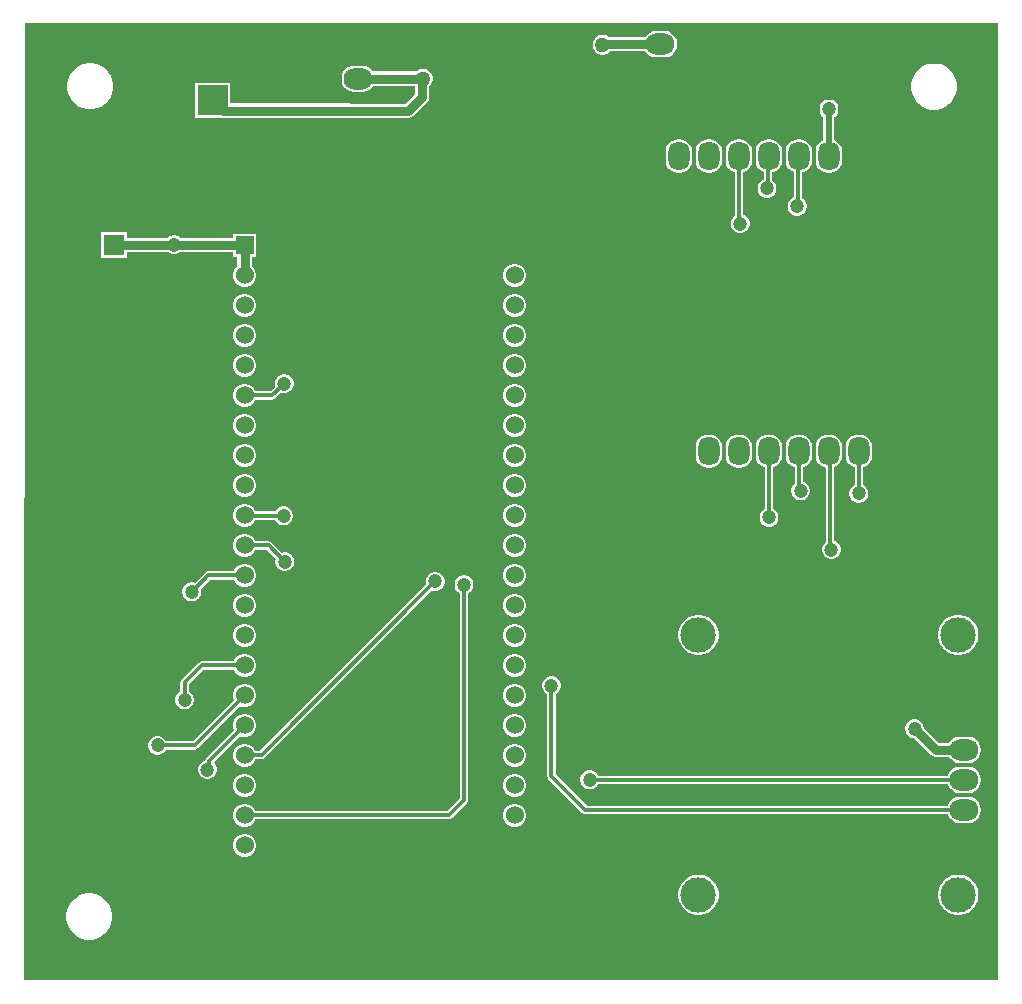
<source format=gbl>
G04*
G04 #@! TF.GenerationSoftware,Altium Limited,Altium Designer,22.3.1 (43)*
G04*
G04 Layer_Physical_Order=2*
G04 Layer_Color=16711680*
%FSLAX25Y25*%
%MOIN*%
G70*
G04*
G04 #@! TF.SameCoordinates,6F27DF24-6875-432B-A67F-BF56C2FC00E1*
G04*
G04*
G04 #@! TF.FilePolarity,Positive*
G04*
G01*
G75*
%ADD31C,0.01181*%
%ADD32C,0.03150*%
%ADD33C,0.01968*%
%ADD34C,0.11811*%
G04:AMPARAMS|DCode=35|XSize=70.87mil|YSize=94.49mil|CornerRadius=31.89mil|HoleSize=0mil|Usage=FLASHONLY|Rotation=270.000|XOffset=0mil|YOffset=0mil|HoleType=Round|Shape=RoundedRectangle|*
%AMROUNDEDRECTD35*
21,1,0.07087,0.03071,0,0,270.0*
21,1,0.00709,0.09449,0,0,270.0*
1,1,0.06378,-0.01535,-0.00354*
1,1,0.06378,-0.01535,0.00354*
1,1,0.06378,0.01535,0.00354*
1,1,0.06378,0.01535,-0.00354*
%
%ADD35ROUNDEDRECTD35*%
%ADD36R,0.07874X0.07874*%
%ADD37R,0.10236X0.10236*%
%ADD38O,0.11024X0.10236*%
%ADD39C,0.06024*%
%ADD40R,0.06024X0.06024*%
%ADD41R,0.07087X0.07087*%
G04:AMPARAMS|DCode=42|XSize=70.87mil|YSize=78.74mil|CornerRadius=17.72mil|HoleSize=0mil|Usage=FLASHONLY|Rotation=180.000|XOffset=0mil|YOffset=0mil|HoleType=Round|Shape=RoundedRectangle|*
%AMROUNDEDRECTD42*
21,1,0.07087,0.04331,0,0,180.0*
21,1,0.03543,0.07874,0,0,180.0*
1,1,0.03543,-0.01772,0.02165*
1,1,0.03543,0.01772,0.02165*
1,1,0.03543,0.01772,-0.02165*
1,1,0.03543,-0.01772,-0.02165*
%
%ADD42ROUNDEDRECTD42*%
G04:AMPARAMS|DCode=43|XSize=70.87mil|YSize=94.49mil|CornerRadius=31.89mil|HoleSize=0mil|Usage=FLASHONLY|Rotation=180.000|XOffset=0mil|YOffset=0mil|HoleType=Round|Shape=RoundedRectangle|*
%AMROUNDEDRECTD43*
21,1,0.07087,0.03071,0,0,180.0*
21,1,0.00709,0.09449,0,0,180.0*
1,1,0.06378,-0.00354,0.01535*
1,1,0.06378,0.00354,0.01535*
1,1,0.06378,0.00354,-0.01535*
1,1,0.06378,-0.00354,-0.01535*
%
%ADD43ROUNDEDRECTD43*%
%ADD44R,0.07874X0.07874*%
%ADD45C,0.05000*%
%ADD46C,0.04724*%
G36*
X324508Y336D02*
X324409Y295D01*
X452D01*
X99Y649D01*
X197Y319152D01*
X295Y319193D01*
X324508D01*
Y336D01*
D02*
G37*
%LPC*%
G36*
X213642Y316629D02*
X210571D01*
X209533Y316492D01*
X208565Y316091D01*
X207735Y315454D01*
X207135Y314672D01*
X194898D01*
X194834Y314737D01*
X194084Y315170D01*
X193248Y315394D01*
X192382D01*
X191546Y315170D01*
X190796Y314737D01*
X190184Y314125D01*
X189752Y313375D01*
X189528Y312539D01*
Y311673D01*
X189752Y310837D01*
X190184Y310088D01*
X190796Y309476D01*
X191546Y309043D01*
X192382Y308819D01*
X193248D01*
X194084Y309043D01*
X194834Y309476D01*
X195213Y309855D01*
X207135D01*
X207735Y309073D01*
X208565Y308436D01*
X209533Y308035D01*
X210571Y307899D01*
X213642D01*
X214680Y308035D01*
X215647Y308436D01*
X216478Y309073D01*
X217115Y309904D01*
X217516Y310871D01*
X217652Y311910D01*
Y312618D01*
X217516Y313656D01*
X217115Y314623D01*
X216478Y315454D01*
X215647Y316091D01*
X214680Y316492D01*
X213642Y316629D01*
D02*
G37*
G36*
X112953Y305152D02*
X109882D01*
X108844Y305016D01*
X107877Y304615D01*
X107046Y303978D01*
X106409Y303147D01*
X106008Y302180D01*
X105871Y301142D01*
Y300433D01*
X106008Y299395D01*
X106409Y298428D01*
X107046Y297597D01*
X107877Y296960D01*
X108844Y296559D01*
X109882Y296422D01*
X112953D01*
X113991Y296559D01*
X114958Y296960D01*
X115789Y297597D01*
X116389Y298379D01*
X130308D01*
Y295722D01*
X127054Y292467D01*
X108864D01*
X108661Y292508D01*
X68799D01*
Y299410D01*
X56988D01*
Y287598D01*
X68799D01*
Y287691D01*
X108499D01*
X108702Y287651D01*
X128051D01*
X128973Y287834D01*
X129754Y288356D01*
X134420Y293022D01*
X134942Y293803D01*
X135125Y294725D01*
Y298193D01*
X135701Y298769D01*
X136134Y299518D01*
X136358Y300355D01*
Y301220D01*
X136134Y302056D01*
X135701Y302806D01*
X135089Y303418D01*
X134340Y303851D01*
X133504Y304075D01*
X132638D01*
X131802Y303851D01*
X131052Y303418D01*
X130830Y303196D01*
X116389D01*
X115789Y303978D01*
X114958Y304615D01*
X113991Y305016D01*
X112953Y305152D01*
D02*
G37*
G36*
X22803Y305906D02*
X21291D01*
X19808Y305610D01*
X18411Y305032D01*
X17153Y304192D01*
X16084Y303122D01*
X15244Y301865D01*
X14665Y300468D01*
X14370Y298985D01*
Y297472D01*
X14665Y295989D01*
X15244Y294592D01*
X16084Y293334D01*
X17153Y292265D01*
X18411Y291425D01*
X19808Y290846D01*
X21291Y290551D01*
X22803D01*
X24287Y290846D01*
X25684Y291425D01*
X26941Y292265D01*
X28010Y293334D01*
X28851Y294592D01*
X29429Y295989D01*
X29724Y297472D01*
Y298985D01*
X29429Y300468D01*
X28851Y301865D01*
X28010Y303122D01*
X26941Y304192D01*
X25684Y305032D01*
X24287Y305610D01*
X22803Y305906D01*
D02*
G37*
G36*
X304103Y305807D02*
X302590D01*
X301107Y305512D01*
X299710Y304933D01*
X298453Y304093D01*
X297383Y303024D01*
X296543Y301766D01*
X295964Y300369D01*
X295669Y298886D01*
Y297374D01*
X295964Y295891D01*
X296543Y294493D01*
X297383Y293236D01*
X298453Y292167D01*
X299710Y291326D01*
X301107Y290748D01*
X302590Y290453D01*
X304103D01*
X305586Y290748D01*
X306983Y291326D01*
X308240Y292167D01*
X309310Y293236D01*
X310150Y294493D01*
X310729Y295891D01*
X311024Y297374D01*
Y298886D01*
X310729Y300369D01*
X310150Y301766D01*
X309310Y303024D01*
X308240Y304093D01*
X306983Y304933D01*
X305586Y305512D01*
X304103Y305807D01*
D02*
G37*
G36*
X268722Y293799D02*
X267892D01*
X267091Y293585D01*
X266373Y293170D01*
X265787Y292583D01*
X265372Y291865D01*
X265158Y291064D01*
Y290235D01*
X265372Y289434D01*
X265787Y288716D01*
X266373Y288129D01*
X266481Y288067D01*
Y280246D01*
X265908Y280009D01*
X265077Y279371D01*
X264440Y278541D01*
X264039Y277573D01*
X263903Y276535D01*
Y273465D01*
X264039Y272427D01*
X264440Y271459D01*
X265077Y270629D01*
X265908Y269991D01*
X266875Y269590D01*
X267913Y269454D01*
X268622D01*
X269660Y269590D01*
X270627Y269991D01*
X271458Y270629D01*
X272095Y271459D01*
X272496Y272427D01*
X272633Y273465D01*
Y276535D01*
X272496Y277573D01*
X272095Y278541D01*
X271458Y279371D01*
X270627Y280009D01*
X270094Y280230D01*
Y288044D01*
X270241Y288129D01*
X270827Y288716D01*
X271242Y289434D01*
X271457Y290235D01*
Y291064D01*
X271242Y291865D01*
X270827Y292583D01*
X270241Y293170D01*
X269523Y293585D01*
X268722Y293799D01*
D02*
G37*
G36*
X228622Y280546D02*
X227913D01*
X226875Y280410D01*
X225908Y280009D01*
X225077Y279371D01*
X224440Y278541D01*
X224039Y277573D01*
X223903Y276535D01*
Y273465D01*
X224039Y272427D01*
X224440Y271459D01*
X225077Y270629D01*
X225908Y269991D01*
X226875Y269590D01*
X227913Y269454D01*
X228622D01*
X229660Y269590D01*
X230627Y269991D01*
X231458Y270629D01*
X232095Y271459D01*
X232496Y272427D01*
X232633Y273465D01*
Y276535D01*
X232496Y277573D01*
X232095Y278541D01*
X231458Y279371D01*
X230627Y280009D01*
X229660Y280410D01*
X228622Y280546D01*
D02*
G37*
G36*
X218622D02*
X217913D01*
X216875Y280410D01*
X215908Y280009D01*
X215077Y279371D01*
X214440Y278541D01*
X214039Y277573D01*
X213903Y276535D01*
Y273465D01*
X214039Y272427D01*
X214440Y271459D01*
X215077Y270629D01*
X215908Y269991D01*
X216875Y269590D01*
X217913Y269454D01*
X218622D01*
X219660Y269590D01*
X220627Y269991D01*
X221458Y270629D01*
X222095Y271459D01*
X222496Y272427D01*
X222633Y273465D01*
Y276535D01*
X222496Y277573D01*
X222095Y278541D01*
X221458Y279371D01*
X220627Y280009D01*
X219660Y280410D01*
X218622Y280546D01*
D02*
G37*
G36*
X248622D02*
X247913D01*
X246875Y280410D01*
X245908Y280009D01*
X245077Y279371D01*
X244440Y278541D01*
X244039Y277573D01*
X243903Y276535D01*
Y273465D01*
X244039Y272427D01*
X244440Y271459D01*
X245077Y270629D01*
X245908Y269991D01*
X246548Y269726D01*
Y267142D01*
X246422Y267108D01*
X245704Y266693D01*
X245117Y266107D01*
X244703Y265389D01*
X244488Y264588D01*
Y263759D01*
X244703Y262958D01*
X245117Y262239D01*
X245704Y261653D01*
X246422Y261238D01*
X247223Y261024D01*
X248052D01*
X248853Y261238D01*
X249572Y261653D01*
X250158Y262239D01*
X250573Y262958D01*
X250787Y263759D01*
Y264588D01*
X250573Y265389D01*
X250158Y266107D01*
X249572Y266693D01*
X249358Y266817D01*
Y269551D01*
X249660Y269590D01*
X250627Y269991D01*
X251458Y270629D01*
X252095Y271459D01*
X252496Y272427D01*
X252633Y273465D01*
Y276535D01*
X252496Y277573D01*
X252095Y278541D01*
X251458Y279371D01*
X250627Y280009D01*
X249660Y280410D01*
X248622Y280546D01*
D02*
G37*
G36*
X258622D02*
X257913D01*
X256875Y280410D01*
X255908Y280009D01*
X255077Y279371D01*
X254440Y278541D01*
X254039Y277573D01*
X253903Y276535D01*
Y273465D01*
X254039Y272427D01*
X254440Y271459D01*
X255077Y270629D01*
X255908Y269991D01*
X256568Y269718D01*
Y261231D01*
X256462Y261203D01*
X255743Y260788D01*
X255157Y260202D01*
X254742Y259483D01*
X254528Y258682D01*
Y257853D01*
X254742Y257052D01*
X255157Y256334D01*
X255743Y255747D01*
X256462Y255333D01*
X257262Y255118D01*
X258092D01*
X258893Y255333D01*
X259611Y255747D01*
X260197Y256334D01*
X260612Y257052D01*
X260827Y257853D01*
Y258682D01*
X260612Y259483D01*
X260197Y260202D01*
X259611Y260788D01*
X259377Y260923D01*
Y269553D01*
X259660Y269590D01*
X260627Y269991D01*
X261458Y270629D01*
X262095Y271459D01*
X262496Y272427D01*
X262633Y273465D01*
Y276535D01*
X262496Y277573D01*
X262095Y278541D01*
X261458Y279371D01*
X260627Y280009D01*
X259660Y280410D01*
X258622Y280546D01*
D02*
G37*
G36*
X238622D02*
X237913D01*
X236875Y280410D01*
X235908Y280009D01*
X235077Y279371D01*
X234440Y278541D01*
X234039Y277573D01*
X233903Y276535D01*
Y273465D01*
X234039Y272427D01*
X234440Y271459D01*
X235077Y270629D01*
X235908Y269991D01*
X236875Y269590D01*
X236971Y269578D01*
Y255110D01*
X236747Y254981D01*
X236161Y254395D01*
X235746Y253676D01*
X235531Y252875D01*
Y252046D01*
X235746Y251245D01*
X236161Y250527D01*
X236747Y249940D01*
X237465Y249526D01*
X238266Y249311D01*
X239096D01*
X239897Y249526D01*
X240615Y249940D01*
X241201Y250527D01*
X241616Y251245D01*
X241831Y252046D01*
Y252875D01*
X241616Y253676D01*
X241201Y254395D01*
X240615Y254981D01*
X239897Y255396D01*
X239781Y255427D01*
Y269641D01*
X240627Y269991D01*
X241458Y270629D01*
X242095Y271459D01*
X242496Y272427D01*
X242633Y273465D01*
Y276535D01*
X242496Y277573D01*
X242095Y278541D01*
X241458Y279371D01*
X240627Y280009D01*
X239660Y280410D01*
X238622Y280546D01*
D02*
G37*
G36*
X164004Y238957D02*
X163004D01*
X162038Y238698D01*
X161171Y238198D01*
X160464Y237490D01*
X159964Y236624D01*
X159705Y235658D01*
Y234657D01*
X159964Y233691D01*
X160464Y232825D01*
X161171Y232117D01*
X162038Y231617D01*
X163004Y231358D01*
X164004D01*
X164970Y231617D01*
X165837Y232117D01*
X166544Y232825D01*
X167044Y233691D01*
X167303Y234657D01*
Y235658D01*
X167044Y236624D01*
X166544Y237490D01*
X165837Y238198D01*
X164970Y238698D01*
X164004Y238957D01*
D02*
G37*
G36*
X34252Y249606D02*
X25591D01*
Y240945D01*
X34252D01*
Y242867D01*
X48213D01*
X48784Y242537D01*
X49585Y242323D01*
X50415D01*
X51216Y242537D01*
X51787Y242867D01*
X69705D01*
Y241358D01*
X71096D01*
Y238122D01*
X70464Y237490D01*
X69964Y236624D01*
X69705Y235658D01*
Y234657D01*
X69964Y233691D01*
X70464Y232825D01*
X71171Y232117D01*
X72038Y231617D01*
X73004Y231358D01*
X74004D01*
X74970Y231617D01*
X75837Y232117D01*
X76544Y232825D01*
X77044Y233691D01*
X77303Y234657D01*
Y235658D01*
X77044Y236624D01*
X76544Y237490D01*
X75912Y238122D01*
Y241358D01*
X77303D01*
Y248957D01*
X69705D01*
Y247684D01*
X52243D01*
X51934Y247993D01*
X51216Y248407D01*
X50415Y248622D01*
X49585D01*
X48784Y248407D01*
X48066Y247993D01*
X47757Y247684D01*
X34252D01*
Y249606D01*
D02*
G37*
G36*
X164004Y228957D02*
X163004D01*
X162038Y228698D01*
X161171Y228198D01*
X160464Y227490D01*
X159964Y226624D01*
X159705Y225658D01*
Y224657D01*
X159964Y223691D01*
X160464Y222825D01*
X161171Y222117D01*
X162038Y221617D01*
X163004Y221358D01*
X164004D01*
X164970Y221617D01*
X165837Y222117D01*
X166544Y222825D01*
X167044Y223691D01*
X167303Y224657D01*
Y225658D01*
X167044Y226624D01*
X166544Y227490D01*
X165837Y228198D01*
X164970Y228698D01*
X164004Y228957D01*
D02*
G37*
G36*
X74004D02*
X73004D01*
X72038Y228698D01*
X71171Y228198D01*
X70464Y227490D01*
X69964Y226624D01*
X69705Y225658D01*
Y224657D01*
X69964Y223691D01*
X70464Y222825D01*
X71171Y222117D01*
X72038Y221617D01*
X73004Y221358D01*
X74004D01*
X74970Y221617D01*
X75837Y222117D01*
X76544Y222825D01*
X77044Y223691D01*
X77303Y224657D01*
Y225658D01*
X77044Y226624D01*
X76544Y227490D01*
X75837Y228198D01*
X74970Y228698D01*
X74004Y228957D01*
D02*
G37*
G36*
X164004Y218957D02*
X163004D01*
X162038Y218698D01*
X161171Y218198D01*
X160464Y217490D01*
X159964Y216624D01*
X159705Y215658D01*
Y214657D01*
X159964Y213691D01*
X160464Y212825D01*
X161171Y212117D01*
X162038Y211617D01*
X163004Y211358D01*
X164004D01*
X164970Y211617D01*
X165837Y212117D01*
X166544Y212825D01*
X167044Y213691D01*
X167303Y214657D01*
Y215658D01*
X167044Y216624D01*
X166544Y217490D01*
X165837Y218198D01*
X164970Y218698D01*
X164004Y218957D01*
D02*
G37*
G36*
X74004D02*
X73004D01*
X72038Y218698D01*
X71171Y218198D01*
X70464Y217490D01*
X69964Y216624D01*
X69705Y215658D01*
Y214657D01*
X69964Y213691D01*
X70464Y212825D01*
X71171Y212117D01*
X72038Y211617D01*
X73004Y211358D01*
X74004D01*
X74970Y211617D01*
X75837Y212117D01*
X76544Y212825D01*
X77044Y213691D01*
X77303Y214657D01*
Y215658D01*
X77044Y216624D01*
X76544Y217490D01*
X75837Y218198D01*
X74970Y218698D01*
X74004Y218957D01*
D02*
G37*
G36*
X164004Y208957D02*
X163004D01*
X162038Y208698D01*
X161171Y208198D01*
X160464Y207490D01*
X159964Y206624D01*
X159705Y205658D01*
Y204657D01*
X159964Y203691D01*
X160464Y202825D01*
X161171Y202117D01*
X162038Y201617D01*
X163004Y201358D01*
X164004D01*
X164970Y201617D01*
X165837Y202117D01*
X166544Y202825D01*
X167044Y203691D01*
X167303Y204657D01*
Y205658D01*
X167044Y206624D01*
X166544Y207490D01*
X165837Y208198D01*
X164970Y208698D01*
X164004Y208957D01*
D02*
G37*
G36*
X74004D02*
X73004D01*
X72038Y208698D01*
X71171Y208198D01*
X70464Y207490D01*
X69964Y206624D01*
X69705Y205658D01*
Y204657D01*
X69964Y203691D01*
X70464Y202825D01*
X71171Y202117D01*
X72038Y201617D01*
X73004Y201358D01*
X74004D01*
X74970Y201617D01*
X75837Y202117D01*
X76544Y202825D01*
X77044Y203691D01*
X77303Y204657D01*
Y205658D01*
X77044Y206624D01*
X76544Y207490D01*
X75837Y208198D01*
X74970Y208698D01*
X74004Y208957D01*
D02*
G37*
G36*
X87127Y202264D02*
X86298D01*
X85497Y202049D01*
X84779Y201635D01*
X84192Y201048D01*
X83778Y200330D01*
X83563Y199529D01*
Y198699D01*
X83721Y198109D01*
X82174Y196562D01*
X77061D01*
X77044Y196624D01*
X76544Y197490D01*
X75837Y198198D01*
X74970Y198698D01*
X74004Y198957D01*
X73004D01*
X72038Y198698D01*
X71171Y198198D01*
X70464Y197490D01*
X69964Y196624D01*
X69705Y195658D01*
Y194657D01*
X69964Y193691D01*
X70464Y192825D01*
X71171Y192117D01*
X72038Y191617D01*
X73004Y191358D01*
X74004D01*
X74970Y191617D01*
X75837Y192117D01*
X76544Y192825D01*
X77044Y193691D01*
X77061Y193753D01*
X82756D01*
X83294Y193860D01*
X83749Y194164D01*
X85708Y196123D01*
X86298Y195965D01*
X87127D01*
X87928Y196179D01*
X88647Y196594D01*
X89233Y197180D01*
X89648Y197898D01*
X89862Y198699D01*
Y199529D01*
X89648Y200330D01*
X89233Y201048D01*
X88647Y201635D01*
X87928Y202049D01*
X87127Y202264D01*
D02*
G37*
G36*
X164004Y198957D02*
X163004D01*
X162038Y198698D01*
X161171Y198198D01*
X160464Y197490D01*
X159964Y196624D01*
X159705Y195658D01*
Y194657D01*
X159964Y193691D01*
X160464Y192825D01*
X161171Y192117D01*
X162038Y191617D01*
X163004Y191358D01*
X164004D01*
X164970Y191617D01*
X165837Y192117D01*
X166544Y192825D01*
X167044Y193691D01*
X167303Y194657D01*
Y195658D01*
X167044Y196624D01*
X166544Y197490D01*
X165837Y198198D01*
X164970Y198698D01*
X164004Y198957D01*
D02*
G37*
G36*
Y188957D02*
X163004D01*
X162038Y188698D01*
X161171Y188198D01*
X160464Y187490D01*
X159964Y186624D01*
X159705Y185658D01*
Y184657D01*
X159964Y183691D01*
X160464Y182825D01*
X161171Y182117D01*
X162038Y181617D01*
X163004Y181358D01*
X164004D01*
X164970Y181617D01*
X165837Y182117D01*
X166544Y182825D01*
X167044Y183691D01*
X167303Y184657D01*
Y185658D01*
X167044Y186624D01*
X166544Y187490D01*
X165837Y188198D01*
X164970Y188698D01*
X164004Y188957D01*
D02*
G37*
G36*
X74004D02*
X73004D01*
X72038Y188698D01*
X71171Y188198D01*
X70464Y187490D01*
X69964Y186624D01*
X69705Y185658D01*
Y184657D01*
X69964Y183691D01*
X70464Y182825D01*
X71171Y182117D01*
X72038Y181617D01*
X73004Y181358D01*
X74004D01*
X74970Y181617D01*
X75837Y182117D01*
X76544Y182825D01*
X77044Y183691D01*
X77303Y184657D01*
Y185658D01*
X77044Y186624D01*
X76544Y187490D01*
X75837Y188198D01*
X74970Y188698D01*
X74004Y188957D01*
D02*
G37*
G36*
X164004Y178957D02*
X163004D01*
X162038Y178698D01*
X161171Y178198D01*
X160464Y177490D01*
X159964Y176624D01*
X159705Y175658D01*
Y174657D01*
X159964Y173691D01*
X160464Y172825D01*
X161171Y172117D01*
X162038Y171617D01*
X163004Y171358D01*
X164004D01*
X164970Y171617D01*
X165837Y172117D01*
X166544Y172825D01*
X167044Y173691D01*
X167303Y174657D01*
Y175658D01*
X167044Y176624D01*
X166544Y177490D01*
X165837Y178198D01*
X164970Y178698D01*
X164004Y178957D01*
D02*
G37*
G36*
X74004D02*
X73004D01*
X72038Y178698D01*
X71171Y178198D01*
X70464Y177490D01*
X69964Y176624D01*
X69705Y175658D01*
Y174657D01*
X69964Y173691D01*
X70464Y172825D01*
X71171Y172117D01*
X72038Y171617D01*
X73004Y171358D01*
X74004D01*
X74970Y171617D01*
X75837Y172117D01*
X76544Y172825D01*
X77044Y173691D01*
X77303Y174657D01*
Y175658D01*
X77044Y176624D01*
X76544Y177490D01*
X75837Y178198D01*
X74970Y178698D01*
X74004Y178957D01*
D02*
G37*
G36*
X238622Y182121D02*
X237913D01*
X236875Y181984D01*
X235908Y181584D01*
X235077Y180946D01*
X234440Y180116D01*
X234039Y179148D01*
X233903Y178110D01*
Y175039D01*
X234039Y174001D01*
X234440Y173034D01*
X235077Y172203D01*
X235908Y171566D01*
X236875Y171165D01*
X237913Y171029D01*
X238622D01*
X239660Y171165D01*
X240627Y171566D01*
X241458Y172203D01*
X242095Y173034D01*
X242496Y174001D01*
X242633Y175039D01*
Y178110D01*
X242496Y179148D01*
X242095Y180116D01*
X241458Y180946D01*
X240627Y181584D01*
X239660Y181984D01*
X238622Y182121D01*
D02*
G37*
G36*
X228622D02*
X227913D01*
X226875Y181984D01*
X225908Y181584D01*
X225077Y180946D01*
X224440Y180116D01*
X224039Y179148D01*
X223903Y178110D01*
Y175039D01*
X224039Y174001D01*
X224440Y173034D01*
X225077Y172203D01*
X225908Y171566D01*
X226875Y171165D01*
X227913Y171029D01*
X228622D01*
X229660Y171165D01*
X230627Y171566D01*
X231458Y172203D01*
X232095Y173034D01*
X232496Y174001D01*
X232633Y175039D01*
Y178110D01*
X232496Y179148D01*
X232095Y180116D01*
X231458Y180946D01*
X230627Y181584D01*
X229660Y181984D01*
X228622Y182121D01*
D02*
G37*
G36*
X164004Y168957D02*
X163004D01*
X162038Y168698D01*
X161171Y168198D01*
X160464Y167490D01*
X159964Y166624D01*
X159705Y165658D01*
Y164657D01*
X159964Y163691D01*
X160464Y162825D01*
X161171Y162117D01*
X162038Y161617D01*
X163004Y161358D01*
X164004D01*
X164970Y161617D01*
X165837Y162117D01*
X166544Y162825D01*
X167044Y163691D01*
X167303Y164657D01*
Y165658D01*
X167044Y166624D01*
X166544Y167490D01*
X165837Y168198D01*
X164970Y168698D01*
X164004Y168957D01*
D02*
G37*
G36*
X74004D02*
X73004D01*
X72038Y168698D01*
X71171Y168198D01*
X70464Y167490D01*
X69964Y166624D01*
X69705Y165658D01*
Y164657D01*
X69964Y163691D01*
X70464Y162825D01*
X71171Y162117D01*
X72038Y161617D01*
X73004Y161358D01*
X74004D01*
X74970Y161617D01*
X75837Y162117D01*
X76544Y162825D01*
X77044Y163691D01*
X77303Y164657D01*
Y165658D01*
X77044Y166624D01*
X76544Y167490D01*
X75837Y168198D01*
X74970Y168698D01*
X74004Y168957D01*
D02*
G37*
G36*
X258622Y182121D02*
X257913D01*
X256875Y181984D01*
X255908Y181584D01*
X255077Y180946D01*
X254440Y180116D01*
X254039Y179148D01*
X253903Y178110D01*
Y175039D01*
X254039Y174001D01*
X254440Y173034D01*
X255077Y172203D01*
X255908Y171566D01*
X256875Y171165D01*
X256961Y171154D01*
Y165927D01*
X256924Y165906D01*
X256338Y165320D01*
X255923Y164602D01*
X255709Y163801D01*
Y162971D01*
X255923Y162170D01*
X256338Y161452D01*
X256924Y160865D01*
X257643Y160451D01*
X258444Y160236D01*
X259273D01*
X260074Y160451D01*
X260792Y160865D01*
X261379Y161452D01*
X261793Y162170D01*
X262008Y162971D01*
Y163801D01*
X261793Y164602D01*
X261379Y165320D01*
X260792Y165906D01*
X260074Y166321D01*
X259771Y166402D01*
Y171211D01*
X260627Y171566D01*
X261458Y172203D01*
X262095Y173034D01*
X262496Y174001D01*
X262633Y175039D01*
Y178110D01*
X262496Y179148D01*
X262095Y180116D01*
X261458Y180946D01*
X260627Y181584D01*
X259660Y181984D01*
X258622Y182121D01*
D02*
G37*
G36*
X278622D02*
X277913D01*
X276875Y181984D01*
X275908Y181584D01*
X275077Y180946D01*
X274440Y180116D01*
X274039Y179148D01*
X273903Y178110D01*
Y175039D01*
X274039Y174001D01*
X274440Y173034D01*
X275077Y172203D01*
X275908Y171566D01*
X276863Y171171D01*
Y165326D01*
X276334Y165020D01*
X275747Y164434D01*
X275333Y163716D01*
X275118Y162915D01*
Y162085D01*
X275333Y161284D01*
X275747Y160566D01*
X276334Y159980D01*
X277052Y159565D01*
X277853Y159350D01*
X278682D01*
X279483Y159565D01*
X280202Y159980D01*
X280788Y160566D01*
X281203Y161284D01*
X281417Y162085D01*
Y162915D01*
X281203Y163716D01*
X280788Y164434D01*
X280202Y165020D01*
X279673Y165326D01*
Y171171D01*
X280627Y171566D01*
X281458Y172203D01*
X282095Y173034D01*
X282496Y174001D01*
X282633Y175039D01*
Y178110D01*
X282496Y179148D01*
X282095Y180116D01*
X281458Y180946D01*
X280627Y181584D01*
X279660Y181984D01*
X278622Y182121D01*
D02*
G37*
G36*
X74004Y158957D02*
X73004D01*
X72038Y158698D01*
X71171Y158198D01*
X70464Y157490D01*
X69964Y156624D01*
X69705Y155658D01*
Y154657D01*
X69964Y153691D01*
X70464Y152825D01*
X71171Y152117D01*
X72038Y151617D01*
X73004Y151358D01*
X74004D01*
X74970Y151617D01*
X75837Y152117D01*
X76544Y152825D01*
X77040Y153684D01*
X83650D01*
X83995Y153086D01*
X84582Y152499D01*
X85300Y152085D01*
X86101Y151870D01*
X86930D01*
X87731Y152085D01*
X88450Y152499D01*
X89036Y153086D01*
X89451Y153804D01*
X89665Y154605D01*
Y155434D01*
X89451Y156235D01*
X89036Y156954D01*
X88450Y157540D01*
X87731Y157955D01*
X86930Y158169D01*
X86101D01*
X85300Y157955D01*
X84582Y157540D01*
X83995Y156954D01*
X83730Y156493D01*
X77079D01*
X77044Y156624D01*
X76544Y157490D01*
X75837Y158198D01*
X74970Y158698D01*
X74004Y158957D01*
D02*
G37*
G36*
X248622Y182121D02*
X247913D01*
X246875Y181984D01*
X245908Y181584D01*
X245077Y180946D01*
X244440Y180116D01*
X244039Y179148D01*
X243903Y178110D01*
Y175039D01*
X244039Y174001D01*
X244440Y173034D01*
X245077Y172203D01*
X245908Y171566D01*
X246875Y171165D01*
X246892Y171163D01*
Y157336D01*
X246393Y157048D01*
X245807Y156462D01*
X245392Y155743D01*
X245177Y154942D01*
Y154113D01*
X245392Y153312D01*
X245807Y152594D01*
X246393Y152007D01*
X247111Y151593D01*
X247912Y151378D01*
X248741D01*
X249542Y151593D01*
X250261Y152007D01*
X250847Y152594D01*
X251262Y153312D01*
X251476Y154113D01*
Y154942D01*
X251262Y155743D01*
X250847Y156462D01*
X250261Y157048D01*
X249702Y157370D01*
Y171183D01*
X250627Y171566D01*
X251458Y172203D01*
X252095Y173034D01*
X252496Y174001D01*
X252633Y175039D01*
Y178110D01*
X252496Y179148D01*
X252095Y180116D01*
X251458Y180946D01*
X250627Y181584D01*
X249660Y181984D01*
X248622Y182121D01*
D02*
G37*
G36*
X164004Y158957D02*
X163004D01*
X162038Y158698D01*
X161171Y158198D01*
X160464Y157490D01*
X159964Y156624D01*
X159705Y155658D01*
Y154657D01*
X159964Y153691D01*
X160464Y152825D01*
X161171Y152117D01*
X162038Y151617D01*
X163004Y151358D01*
X164004D01*
X164970Y151617D01*
X165837Y152117D01*
X166544Y152825D01*
X167044Y153691D01*
X167303Y154657D01*
Y155658D01*
X167044Y156624D01*
X166544Y157490D01*
X165837Y158198D01*
X164970Y158698D01*
X164004Y158957D01*
D02*
G37*
G36*
Y148957D02*
X163004D01*
X162038Y148698D01*
X161171Y148198D01*
X160464Y147490D01*
X159964Y146624D01*
X159705Y145658D01*
Y144657D01*
X159964Y143691D01*
X160464Y142825D01*
X161171Y142117D01*
X162038Y141617D01*
X163004Y141358D01*
X164004D01*
X164970Y141617D01*
X165837Y142117D01*
X166544Y142825D01*
X167044Y143691D01*
X167303Y144657D01*
Y145658D01*
X167044Y146624D01*
X166544Y147490D01*
X165837Y148198D01*
X164970Y148698D01*
X164004Y148957D01*
D02*
G37*
G36*
X268622Y182121D02*
X267913D01*
X266875Y181984D01*
X265908Y181584D01*
X265077Y180946D01*
X264440Y180116D01*
X264039Y179148D01*
X263903Y178110D01*
Y175039D01*
X264039Y174001D01*
X264440Y173034D01*
X265077Y172203D01*
X265908Y171566D01*
X266875Y171165D01*
X267276Y171113D01*
Y146386D01*
X267161Y146319D01*
X266574Y145733D01*
X266160Y145015D01*
X265945Y144214D01*
Y143385D01*
X266160Y142584D01*
X266574Y141865D01*
X267161Y141279D01*
X267879Y140864D01*
X268680Y140650D01*
X269509D01*
X270310Y140864D01*
X271028Y141279D01*
X271615Y141865D01*
X272029Y142584D01*
X272244Y143385D01*
Y144214D01*
X272029Y145015D01*
X271615Y145733D01*
X271028Y146319D01*
X270310Y146734D01*
X270086Y146794D01*
Y171342D01*
X270627Y171566D01*
X271458Y172203D01*
X272095Y173034D01*
X272496Y174001D01*
X272633Y175039D01*
Y178110D01*
X272496Y179148D01*
X272095Y180116D01*
X271458Y180946D01*
X270627Y181584D01*
X269660Y181984D01*
X268622Y182121D01*
D02*
G37*
G36*
X74004Y148957D02*
X73004D01*
X72038Y148698D01*
X71171Y148198D01*
X70464Y147490D01*
X69964Y146624D01*
X69705Y145658D01*
Y144657D01*
X69964Y143691D01*
X70464Y142825D01*
X71171Y142117D01*
X72038Y141617D01*
X73004Y141358D01*
X74004D01*
X74970Y141617D01*
X75837Y142117D01*
X76544Y142825D01*
X77044Y143691D01*
X77061Y143753D01*
X80934D01*
X83918Y140768D01*
X83760Y140178D01*
Y139349D01*
X83974Y138548D01*
X84389Y137830D01*
X84975Y137243D01*
X85694Y136829D01*
X86495Y136614D01*
X87324D01*
X88125Y136829D01*
X88843Y137243D01*
X89430Y137830D01*
X89844Y138548D01*
X90059Y139349D01*
Y140178D01*
X89844Y140980D01*
X89430Y141698D01*
X88843Y142284D01*
X88125Y142699D01*
X87324Y142913D01*
X86495D01*
X85905Y142755D01*
X82509Y146151D01*
X82053Y146456D01*
X81516Y146562D01*
X77061D01*
X77044Y146624D01*
X76544Y147490D01*
X75837Y148198D01*
X74970Y148698D01*
X74004Y148957D01*
D02*
G37*
G36*
X164004Y138957D02*
X163004D01*
X162038Y138698D01*
X161171Y138198D01*
X160464Y137490D01*
X159964Y136624D01*
X159705Y135658D01*
Y134657D01*
X159964Y133691D01*
X160464Y132825D01*
X161171Y132117D01*
X162038Y131617D01*
X163004Y131358D01*
X164004D01*
X164970Y131617D01*
X165837Y132117D01*
X166544Y132825D01*
X167044Y133691D01*
X167303Y134657D01*
Y135658D01*
X167044Y136624D01*
X166544Y137490D01*
X165837Y138198D01*
X164970Y138698D01*
X164004Y138957D01*
D02*
G37*
G36*
X74004D02*
X73004D01*
X72038Y138698D01*
X71171Y138198D01*
X70464Y137490D01*
X69964Y136624D01*
X69947Y136562D01*
X61339D01*
X60801Y136456D01*
X60345Y136151D01*
X56910Y132716D01*
X56320Y132874D01*
X55491D01*
X54690Y132659D01*
X53972Y132245D01*
X53385Y131658D01*
X52971Y130940D01*
X52756Y130139D01*
Y129310D01*
X52971Y128509D01*
X53385Y127790D01*
X53972Y127204D01*
X54690Y126789D01*
X55491Y126575D01*
X56320D01*
X57121Y126789D01*
X57839Y127204D01*
X58426Y127790D01*
X58841Y128509D01*
X59055Y129310D01*
Y130139D01*
X58897Y130729D01*
X61920Y133753D01*
X69947D01*
X69964Y133691D01*
X70464Y132825D01*
X71171Y132117D01*
X72038Y131617D01*
X73004Y131358D01*
X74004D01*
X74970Y131617D01*
X75837Y132117D01*
X76544Y132825D01*
X77044Y133691D01*
X77303Y134657D01*
Y135658D01*
X77044Y136624D01*
X76544Y137490D01*
X75837Y138198D01*
X74970Y138698D01*
X74004Y138957D01*
D02*
G37*
G36*
X137423Y136319D02*
X136593D01*
X135792Y136104D01*
X135074Y135690D01*
X134488Y135103D01*
X134073Y134385D01*
X133858Y133584D01*
Y132755D01*
X134016Y132165D01*
X78664Y76813D01*
X76935D01*
X76544Y77490D01*
X75837Y78198D01*
X74970Y78698D01*
X74004Y78957D01*
X73004D01*
X72038Y78698D01*
X71171Y78198D01*
X70464Y77490D01*
X69964Y76624D01*
X69705Y75658D01*
Y74657D01*
X69964Y73691D01*
X70464Y72825D01*
X71171Y72117D01*
X72038Y71617D01*
X73004Y71358D01*
X74004D01*
X74970Y71617D01*
X75837Y72117D01*
X76544Y72825D01*
X77044Y73691D01*
X77128Y74003D01*
X79246D01*
X79784Y74110D01*
X80240Y74414D01*
X136003Y130178D01*
X136593Y130020D01*
X137423D01*
X138224Y130234D01*
X138942Y130649D01*
X139528Y131235D01*
X139943Y131954D01*
X140157Y132755D01*
Y133584D01*
X139943Y134385D01*
X139528Y135103D01*
X138942Y135690D01*
X138224Y136104D01*
X137423Y136319D01*
D02*
G37*
G36*
X164004Y128957D02*
X163004D01*
X162038Y128698D01*
X161171Y128198D01*
X160464Y127490D01*
X159964Y126624D01*
X159705Y125658D01*
Y124657D01*
X159964Y123691D01*
X160464Y122825D01*
X161171Y122117D01*
X162038Y121617D01*
X163004Y121358D01*
X164004D01*
X164970Y121617D01*
X165837Y122117D01*
X166544Y122825D01*
X167044Y123691D01*
X167303Y124657D01*
Y125658D01*
X167044Y126624D01*
X166544Y127490D01*
X165837Y128198D01*
X164970Y128698D01*
X164004Y128957D01*
D02*
G37*
G36*
X74004D02*
X73004D01*
X72038Y128698D01*
X71171Y128198D01*
X70464Y127490D01*
X69964Y126624D01*
X69705Y125658D01*
Y124657D01*
X69964Y123691D01*
X70464Y122825D01*
X71171Y122117D01*
X72038Y121617D01*
X73004Y121358D01*
X74004D01*
X74970Y121617D01*
X75837Y122117D01*
X76544Y122825D01*
X77044Y123691D01*
X77303Y124657D01*
Y125658D01*
X77044Y126624D01*
X76544Y127490D01*
X75837Y128198D01*
X74970Y128698D01*
X74004Y128957D01*
D02*
G37*
G36*
X164004Y118957D02*
X163004D01*
X162038Y118698D01*
X161171Y118198D01*
X160464Y117490D01*
X159964Y116624D01*
X159705Y115658D01*
Y114657D01*
X159964Y113691D01*
X160464Y112825D01*
X161171Y112117D01*
X162038Y111617D01*
X163004Y111358D01*
X164004D01*
X164970Y111617D01*
X165837Y112117D01*
X166544Y112825D01*
X167044Y113691D01*
X167303Y114657D01*
Y115658D01*
X167044Y116624D01*
X166544Y117490D01*
X165837Y118198D01*
X164970Y118698D01*
X164004Y118957D01*
D02*
G37*
G36*
X74004D02*
X73004D01*
X72038Y118698D01*
X71171Y118198D01*
X70464Y117490D01*
X69964Y116624D01*
X69705Y115658D01*
Y114657D01*
X69964Y113691D01*
X70464Y112825D01*
X71171Y112117D01*
X72038Y111617D01*
X73004Y111358D01*
X74004D01*
X74970Y111617D01*
X75837Y112117D01*
X76544Y112825D01*
X77044Y113691D01*
X77303Y114657D01*
Y115658D01*
X77044Y116624D01*
X76544Y117490D01*
X75837Y118198D01*
X74970Y118698D01*
X74004Y118957D01*
D02*
G37*
G36*
X312076Y122047D02*
X310758D01*
X309465Y121790D01*
X308247Y121285D01*
X307151Y120553D01*
X306219Y119621D01*
X305486Y118525D01*
X304982Y117307D01*
X304724Y116014D01*
Y114695D01*
X304982Y113402D01*
X305486Y112184D01*
X306219Y111088D01*
X307151Y110156D01*
X308247Y109423D01*
X309465Y108919D01*
X310758Y108661D01*
X312076D01*
X313370Y108919D01*
X314588Y109423D01*
X315684Y110156D01*
X316616Y111088D01*
X317349Y112184D01*
X317853Y113402D01*
X318110Y114695D01*
Y116014D01*
X317853Y117307D01*
X317349Y118525D01*
X316616Y119621D01*
X315684Y120553D01*
X314588Y121285D01*
X313370Y121790D01*
X312076Y122047D01*
D02*
G37*
G36*
X225462D02*
X224144D01*
X222851Y121790D01*
X221633Y121285D01*
X220537Y120553D01*
X219604Y119621D01*
X218872Y118525D01*
X218367Y117307D01*
X218110Y116014D01*
Y114695D01*
X218367Y113402D01*
X218872Y112184D01*
X219604Y111088D01*
X220537Y110156D01*
X221633Y109423D01*
X222851Y108919D01*
X224144Y108661D01*
X225462D01*
X226755Y108919D01*
X227973Y109423D01*
X229070Y110156D01*
X230002Y111088D01*
X230734Y112184D01*
X231239Y113402D01*
X231496Y114695D01*
Y116014D01*
X231239Y117307D01*
X230734Y118525D01*
X230002Y119621D01*
X229070Y120553D01*
X227973Y121285D01*
X226755Y121790D01*
X225462Y122047D01*
D02*
G37*
G36*
X164004Y108957D02*
X163004D01*
X162038Y108698D01*
X161171Y108198D01*
X160464Y107490D01*
X159964Y106624D01*
X159705Y105658D01*
Y104657D01*
X159964Y103691D01*
X160464Y102825D01*
X161171Y102117D01*
X162038Y101617D01*
X163004Y101358D01*
X164004D01*
X164970Y101617D01*
X165837Y102117D01*
X166544Y102825D01*
X167044Y103691D01*
X167303Y104657D01*
Y105658D01*
X167044Y106624D01*
X166544Y107490D01*
X165837Y108198D01*
X164970Y108698D01*
X164004Y108957D01*
D02*
G37*
G36*
X74004D02*
X73004D01*
X72038Y108698D01*
X71171Y108198D01*
X70464Y107490D01*
X69964Y106624D01*
X69947Y106562D01*
X59193D01*
X58655Y106456D01*
X58200Y106151D01*
X52550Y100501D01*
X52245Y100046D01*
X52138Y99508D01*
Y96526D01*
X51609Y96221D01*
X51023Y95635D01*
X50608Y94916D01*
X50394Y94115D01*
Y93286D01*
X50608Y92485D01*
X51023Y91767D01*
X51609Y91180D01*
X52328Y90766D01*
X53129Y90551D01*
X53958D01*
X54759Y90766D01*
X55477Y91180D01*
X56064Y91767D01*
X56478Y92485D01*
X56693Y93286D01*
Y94115D01*
X56478Y94916D01*
X56064Y95635D01*
X55477Y96221D01*
X54948Y96526D01*
Y98926D01*
X59775Y103753D01*
X69947D01*
X69964Y103691D01*
X70464Y102825D01*
X71171Y102117D01*
X72038Y101617D01*
X73004Y101358D01*
X74004D01*
X74970Y101617D01*
X75837Y102117D01*
X76544Y102825D01*
X77044Y103691D01*
X77303Y104657D01*
Y105658D01*
X77044Y106624D01*
X76544Y107490D01*
X75837Y108198D01*
X74970Y108698D01*
X74004Y108957D01*
D02*
G37*
G36*
X164004Y98957D02*
X163004D01*
X162038Y98698D01*
X161171Y98198D01*
X160464Y97490D01*
X159964Y96624D01*
X159705Y95658D01*
Y94657D01*
X159964Y93691D01*
X160464Y92825D01*
X161171Y92117D01*
X162038Y91617D01*
X163004Y91358D01*
X164004D01*
X164970Y91617D01*
X165837Y92117D01*
X166544Y92825D01*
X167044Y93691D01*
X167303Y94657D01*
Y95658D01*
X167044Y96624D01*
X166544Y97490D01*
X165837Y98198D01*
X164970Y98698D01*
X164004Y98957D01*
D02*
G37*
G36*
X74004D02*
X73004D01*
X72038Y98698D01*
X71171Y98198D01*
X70464Y97490D01*
X69964Y96624D01*
X69705Y95658D01*
Y94657D01*
X69964Y93691D01*
X69995Y93636D01*
X56308Y79948D01*
X47314D01*
X47008Y80477D01*
X46422Y81064D01*
X45704Y81478D01*
X44903Y81693D01*
X44074D01*
X43273Y81478D01*
X42554Y81064D01*
X41968Y80477D01*
X41553Y79759D01*
X41339Y78958D01*
Y78129D01*
X41553Y77328D01*
X41968Y76609D01*
X42554Y76023D01*
X43273Y75608D01*
X44074Y75394D01*
X44903D01*
X45704Y75608D01*
X46422Y76023D01*
X47008Y76609D01*
X47314Y77138D01*
X56890D01*
X57427Y77245D01*
X57883Y77550D01*
X71982Y91649D01*
X72038Y91617D01*
X73004Y91358D01*
X74004D01*
X74970Y91617D01*
X75837Y92117D01*
X76544Y92825D01*
X77044Y93691D01*
X77303Y94657D01*
Y95658D01*
X77044Y96624D01*
X76544Y97490D01*
X75837Y98198D01*
X74970Y98698D01*
X74004Y98957D01*
D02*
G37*
G36*
X164004Y88957D02*
X163004D01*
X162038Y88698D01*
X161171Y88198D01*
X160464Y87490D01*
X159964Y86624D01*
X159705Y85658D01*
Y84657D01*
X159964Y83691D01*
X160464Y82825D01*
X161171Y82117D01*
X162038Y81617D01*
X163004Y81358D01*
X164004D01*
X164970Y81617D01*
X165837Y82117D01*
X166544Y82825D01*
X167044Y83691D01*
X167303Y84657D01*
Y85658D01*
X167044Y86624D01*
X166544Y87490D01*
X165837Y88198D01*
X164970Y88698D01*
X164004Y88957D01*
D02*
G37*
G36*
X74004D02*
X73004D01*
X72038Y88698D01*
X71171Y88198D01*
X70464Y87490D01*
X69964Y86624D01*
X69705Y85658D01*
Y84657D01*
X69964Y83691D01*
X69995Y83636D01*
X60807Y74447D01*
X60502Y73991D01*
X60413Y73543D01*
X59906Y73407D01*
X59188Y72993D01*
X58602Y72406D01*
X58187Y71688D01*
X57972Y70887D01*
Y70058D01*
X58187Y69257D01*
X58602Y68538D01*
X59188Y67952D01*
X59906Y67537D01*
X60707Y67323D01*
X61537D01*
X62338Y67537D01*
X63056Y67952D01*
X63642Y68538D01*
X64057Y69257D01*
X64272Y70058D01*
Y70887D01*
X64057Y71688D01*
X63642Y72406D01*
X63205Y72844D01*
Y72872D01*
X71982Y81649D01*
X72038Y81617D01*
X73004Y81358D01*
X74004D01*
X74970Y81617D01*
X75837Y82117D01*
X76544Y82825D01*
X77044Y83691D01*
X77303Y84657D01*
Y85658D01*
X77044Y86624D01*
X76544Y87490D01*
X75837Y88198D01*
X74970Y88698D01*
X74004Y88957D01*
D02*
G37*
G36*
X297265Y87205D02*
X296436D01*
X295635Y86990D01*
X294917Y86575D01*
X294330Y85989D01*
X293915Y85271D01*
X293701Y84470D01*
Y83640D01*
X293915Y82839D01*
X294330Y82121D01*
X294917Y81535D01*
X295635Y81120D01*
X296436Y80905D01*
X296594D01*
X302155Y75344D01*
X302937Y74822D01*
X303858Y74639D01*
X308415D01*
X309014Y73857D01*
X309845Y73220D01*
X310812Y72819D01*
X311850Y72682D01*
X314921D01*
X315959Y72819D01*
X316927Y73220D01*
X317757Y73857D01*
X318395Y74688D01*
X318795Y75655D01*
X318932Y76693D01*
Y77402D01*
X318795Y78440D01*
X318395Y79407D01*
X317757Y80238D01*
X316927Y80875D01*
X315959Y81276D01*
X314921Y81412D01*
X311850D01*
X310812Y81276D01*
X309845Y80875D01*
X309014Y80238D01*
X308415Y79456D01*
X304856D01*
X300000Y84312D01*
Y84470D01*
X299785Y85271D01*
X299371Y85989D01*
X298784Y86575D01*
X298066Y86990D01*
X297265Y87205D01*
D02*
G37*
G36*
X164004Y78957D02*
X163004D01*
X162038Y78698D01*
X161171Y78198D01*
X160464Y77490D01*
X159964Y76624D01*
X159705Y75658D01*
Y74657D01*
X159964Y73691D01*
X160464Y72825D01*
X161171Y72117D01*
X162038Y71617D01*
X163004Y71358D01*
X164004D01*
X164970Y71617D01*
X165837Y72117D01*
X166544Y72825D01*
X167044Y73691D01*
X167303Y74657D01*
Y75658D01*
X167044Y76624D01*
X166544Y77490D01*
X165837Y78198D01*
X164970Y78698D01*
X164004Y78957D01*
D02*
G37*
G36*
X314921Y71412D02*
X311850D01*
X310812Y71276D01*
X309845Y70875D01*
X309014Y70237D01*
X308377Y69407D01*
X307982Y68452D01*
X191389D01*
X191083Y68981D01*
X190497Y69568D01*
X189779Y69982D01*
X188978Y70197D01*
X188148D01*
X187347Y69982D01*
X186629Y69568D01*
X186043Y68981D01*
X185628Y68263D01*
X185413Y67462D01*
Y66633D01*
X185628Y65832D01*
X186043Y65113D01*
X186629Y64527D01*
X187347Y64112D01*
X188148Y63898D01*
X188978D01*
X189779Y64112D01*
X190497Y64527D01*
X191083Y65113D01*
X191389Y65642D01*
X307982D01*
X308377Y64688D01*
X309014Y63857D01*
X309845Y63220D01*
X310812Y62819D01*
X311850Y62682D01*
X314921D01*
X315959Y62819D01*
X316927Y63220D01*
X317757Y63857D01*
X318395Y64688D01*
X318795Y65655D01*
X318932Y66693D01*
Y67402D01*
X318795Y68440D01*
X318395Y69407D01*
X317757Y70237D01*
X316927Y70875D01*
X315959Y71276D01*
X314921Y71412D01*
D02*
G37*
G36*
X164004Y68957D02*
X163004D01*
X162038Y68698D01*
X161171Y68198D01*
X160464Y67490D01*
X159964Y66624D01*
X159705Y65658D01*
Y64657D01*
X159964Y63691D01*
X160464Y62825D01*
X161171Y62117D01*
X162038Y61617D01*
X163004Y61358D01*
X164004D01*
X164970Y61617D01*
X165837Y62117D01*
X166544Y62825D01*
X167044Y63691D01*
X167303Y64657D01*
Y65658D01*
X167044Y66624D01*
X166544Y67490D01*
X165837Y68198D01*
X164970Y68698D01*
X164004Y68957D01*
D02*
G37*
G36*
X74004D02*
X73004D01*
X72038Y68698D01*
X71171Y68198D01*
X70464Y67490D01*
X69964Y66624D01*
X69705Y65658D01*
Y64657D01*
X69964Y63691D01*
X70464Y62825D01*
X71171Y62117D01*
X72038Y61617D01*
X73004Y61358D01*
X74004D01*
X74970Y61617D01*
X75837Y62117D01*
X76544Y62825D01*
X77044Y63691D01*
X77303Y64657D01*
Y65658D01*
X77044Y66624D01*
X76544Y67490D01*
X75837Y68198D01*
X74970Y68698D01*
X74004Y68957D01*
D02*
G37*
G36*
X147068Y135236D02*
X146239D01*
X145438Y135022D01*
X144720Y134607D01*
X144133Y134020D01*
X143719Y133302D01*
X143504Y132501D01*
Y131672D01*
X143719Y130871D01*
X144133Y130153D01*
X144720Y129566D01*
X145249Y129261D01*
Y61015D01*
X141022Y56789D01*
X76949D01*
X76544Y57490D01*
X75837Y58198D01*
X74970Y58698D01*
X74004Y58957D01*
X73004D01*
X72038Y58698D01*
X71171Y58198D01*
X70464Y57490D01*
X69964Y56624D01*
X69705Y55658D01*
Y54657D01*
X69964Y53691D01*
X70464Y52825D01*
X71171Y52117D01*
X72038Y51617D01*
X73004Y51358D01*
X74004D01*
X74970Y51617D01*
X75837Y52117D01*
X76544Y52825D01*
X77044Y53691D01*
X77121Y53979D01*
X141604D01*
X142142Y54086D01*
X142598Y54390D01*
X147647Y59440D01*
X147951Y59895D01*
X148058Y60433D01*
Y129261D01*
X148587Y129566D01*
X149174Y130153D01*
X149589Y130871D01*
X149803Y131672D01*
Y132501D01*
X149589Y133302D01*
X149174Y134020D01*
X148587Y134607D01*
X147869Y135022D01*
X147068Y135236D01*
D02*
G37*
G36*
X176202Y101575D02*
X175373D01*
X174572Y101360D01*
X173854Y100945D01*
X173267Y100359D01*
X172852Y99641D01*
X172638Y98840D01*
Y98011D01*
X172852Y97210D01*
X173267Y96491D01*
X173854Y95905D01*
X174382Y95600D01*
Y68405D01*
X174489Y67868D01*
X174794Y67412D01*
X186152Y56054D01*
X186608Y55749D01*
X187146Y55642D01*
X307982D01*
X308377Y54688D01*
X309014Y53857D01*
X309845Y53220D01*
X310812Y52819D01*
X311850Y52682D01*
X314921D01*
X315959Y52819D01*
X316927Y53220D01*
X317757Y53857D01*
X318395Y54688D01*
X318795Y55655D01*
X318932Y56693D01*
Y57402D01*
X318795Y58440D01*
X318395Y59407D01*
X317757Y60237D01*
X316927Y60875D01*
X315959Y61276D01*
X314921Y61412D01*
X311850D01*
X310812Y61276D01*
X309845Y60875D01*
X309014Y60237D01*
X308377Y59407D01*
X307982Y58452D01*
X187728D01*
X177192Y68988D01*
Y95600D01*
X177721Y95905D01*
X178308Y96491D01*
X178722Y97210D01*
X178937Y98011D01*
Y98840D01*
X178722Y99641D01*
X178308Y100359D01*
X177721Y100945D01*
X177003Y101360D01*
X176202Y101575D01*
D02*
G37*
G36*
X164004Y58957D02*
X163004D01*
X162038Y58698D01*
X161171Y58198D01*
X160464Y57490D01*
X159964Y56624D01*
X159705Y55658D01*
Y54657D01*
X159964Y53691D01*
X160464Y52825D01*
X161171Y52117D01*
X162038Y51617D01*
X163004Y51358D01*
X164004D01*
X164970Y51617D01*
X165837Y52117D01*
X166544Y52825D01*
X167044Y53691D01*
X167303Y54657D01*
Y55658D01*
X167044Y56624D01*
X166544Y57490D01*
X165837Y58198D01*
X164970Y58698D01*
X164004Y58957D01*
D02*
G37*
G36*
X74004Y48957D02*
X73004D01*
X72038Y48698D01*
X71171Y48198D01*
X70464Y47490D01*
X69964Y46624D01*
X69705Y45658D01*
Y44657D01*
X69964Y43691D01*
X70464Y42825D01*
X71171Y42117D01*
X72038Y41617D01*
X73004Y41358D01*
X74004D01*
X74970Y41617D01*
X75837Y42117D01*
X76544Y42825D01*
X77044Y43691D01*
X77303Y44657D01*
Y45658D01*
X77044Y46624D01*
X76544Y47490D01*
X75837Y48198D01*
X74970Y48698D01*
X74004Y48957D01*
D02*
G37*
G36*
X312076Y35433D02*
X310758D01*
X309465Y35176D01*
X308247Y34671D01*
X307151Y33939D01*
X306219Y33007D01*
X305486Y31910D01*
X304982Y30692D01*
X304724Y29399D01*
Y28081D01*
X304982Y26788D01*
X305486Y25570D01*
X306219Y24474D01*
X307151Y23541D01*
X308247Y22809D01*
X309465Y22304D01*
X310758Y22047D01*
X312076D01*
X313370Y22304D01*
X314588Y22809D01*
X315684Y23541D01*
X316616Y24474D01*
X317349Y25570D01*
X317853Y26788D01*
X318110Y28081D01*
Y29399D01*
X317853Y30692D01*
X317349Y31910D01*
X316616Y33007D01*
X315684Y33939D01*
X314588Y34671D01*
X313370Y35176D01*
X312076Y35433D01*
D02*
G37*
G36*
X225462D02*
X224144D01*
X222851Y35176D01*
X221633Y34671D01*
X220537Y33939D01*
X219604Y33007D01*
X218872Y31910D01*
X218367Y30692D01*
X218110Y29399D01*
Y28081D01*
X218367Y26788D01*
X218872Y25570D01*
X219604Y24474D01*
X220537Y23541D01*
X221633Y22809D01*
X222851Y22304D01*
X224144Y22047D01*
X225462D01*
X226755Y22304D01*
X227973Y22809D01*
X229070Y23541D01*
X230002Y24474D01*
X230734Y25570D01*
X231239Y26788D01*
X231496Y28081D01*
Y29399D01*
X231239Y30692D01*
X230734Y31910D01*
X230002Y33007D01*
X229070Y33939D01*
X227973Y34671D01*
X226755Y35176D01*
X225462Y35433D01*
D02*
G37*
G36*
X22473Y29169D02*
X20960D01*
X19477Y28874D01*
X18080Y28295D01*
X16823Y27455D01*
X15753Y26386D01*
X14913Y25129D01*
X14334Y23731D01*
X14039Y22248D01*
Y20736D01*
X14334Y19253D01*
X14913Y17856D01*
X15753Y16598D01*
X16823Y15529D01*
X18080Y14689D01*
X19477Y14110D01*
X20960Y13815D01*
X22473D01*
X23956Y14110D01*
X25353Y14689D01*
X26610Y15529D01*
X27680Y16598D01*
X28520Y17856D01*
X29099Y19253D01*
X29394Y20736D01*
Y22248D01*
X29099Y23731D01*
X28520Y25129D01*
X27680Y26386D01*
X26610Y27455D01*
X25353Y28295D01*
X23956Y28874D01*
X22473Y29169D01*
D02*
G37*
%LPD*%
D31*
X188563Y67047D02*
X313386D01*
X86447Y155089D02*
X86516Y155020D01*
X73504Y155157D02*
X73573Y155089D01*
X86447D01*
X73504Y145158D02*
X81516D01*
X86909Y139764D01*
X175787Y68405D02*
Y97933D01*
Y68405D02*
X187146Y57047D01*
X313386D01*
X141604Y55384D02*
X146653Y60433D01*
Y132087D01*
X73730Y55384D02*
X141604D01*
X73504Y75157D02*
X73754Y75408D01*
X79246D02*
X137008Y133169D01*
X73754Y75408D02*
X79246D01*
X73504Y55158D02*
X73730Y55384D01*
X257972Y274705D02*
X258268Y275000D01*
X257972Y258563D02*
Y274705D01*
X257677Y258268D02*
X257972Y258563D01*
X238376Y252766D02*
Y274892D01*
Y252766D02*
X238681Y252461D01*
X238268Y275000D02*
X238376Y274892D01*
X247953Y274685D02*
X248268Y275000D01*
X247953Y264488D02*
Y274685D01*
X247638Y264173D02*
X247953Y264488D01*
X73504Y195158D02*
X82756D01*
X86713Y199114D01*
X55905Y129724D02*
X61339Y135158D01*
X73504D01*
X268681Y144213D02*
X269094Y143799D01*
X268268Y176575D02*
X268681Y176161D01*
Y144213D02*
Y176161D01*
X56890Y78543D02*
X73504Y95157D01*
X44488Y78543D02*
X56890D01*
X61800Y71150D02*
Y73454D01*
X61122Y70472D02*
X61800Y71150D01*
Y73454D02*
X73504Y85158D01*
X53543Y93701D02*
Y99508D01*
X59193Y105157D02*
X73504D01*
X53543Y99508D02*
X59193Y105157D01*
X258366Y163878D02*
X258858Y163386D01*
X258366Y163878D02*
Y176476D01*
X248297Y154557D02*
Y176545D01*
X248268Y176575D02*
X248297Y176545D01*
Y154557D02*
X248327Y154528D01*
X258268Y176575D02*
X258366Y176476D01*
X278268Y162500D02*
Y176575D01*
D32*
X62894Y293504D02*
X66298Y290099D01*
X108661D01*
X108702Y290059D01*
X128051D01*
X132717Y294725D01*
Y300433D02*
X133071Y300787D01*
X111417D02*
X133071D01*
X132717Y294725D02*
Y300433D01*
X29921Y245276D02*
X73386D01*
X192579Y312264D02*
X212106D01*
X192421Y312106D02*
X192579Y312264D01*
X73504Y235157D02*
Y245158D01*
X296850Y84055D02*
X303858Y77047D01*
X313386D01*
X73386Y245276D02*
X73504Y245158D01*
D33*
X268287Y275020D02*
Y290630D01*
X268307Y290650D01*
X268268Y275000D02*
X268287Y275020D01*
D34*
X224803Y115354D02*
D03*
Y28740D02*
D03*
X311417D02*
D03*
Y115354D02*
D03*
D35*
X313386Y57047D02*
D03*
Y67047D02*
D03*
Y77047D02*
D03*
X212106Y312264D02*
D03*
X111417Y300787D02*
D03*
D36*
X313386Y87047D02*
D03*
X212106Y302264D02*
D03*
X111417Y310787D02*
D03*
D37*
X62894Y293504D02*
D03*
D38*
Y273504D02*
D03*
D39*
X73504Y35157D02*
D03*
X163504D02*
D03*
X73504Y45158D02*
D03*
Y55158D02*
D03*
Y65158D02*
D03*
Y75157D02*
D03*
Y85158D02*
D03*
Y95157D02*
D03*
Y105157D02*
D03*
Y115157D02*
D03*
Y125157D02*
D03*
Y135158D02*
D03*
Y145158D02*
D03*
Y155157D02*
D03*
Y165157D02*
D03*
Y175157D02*
D03*
Y185158D02*
D03*
Y195158D02*
D03*
Y205157D02*
D03*
Y215158D02*
D03*
Y225157D02*
D03*
Y235157D02*
D03*
X163504Y45158D02*
D03*
Y55158D02*
D03*
Y65158D02*
D03*
Y75157D02*
D03*
Y85158D02*
D03*
Y95157D02*
D03*
Y105157D02*
D03*
Y115157D02*
D03*
Y125157D02*
D03*
Y135158D02*
D03*
Y145158D02*
D03*
Y155157D02*
D03*
Y165157D02*
D03*
Y175157D02*
D03*
Y185158D02*
D03*
Y195158D02*
D03*
Y205157D02*
D03*
Y215158D02*
D03*
Y225157D02*
D03*
Y235157D02*
D03*
Y245158D02*
D03*
D40*
X73504D02*
D03*
D41*
X29921Y245276D02*
D03*
D42*
X10236Y245276D02*
D03*
D43*
X288268Y176575D02*
D03*
X278268D02*
D03*
X268268D02*
D03*
X258268D02*
D03*
X248268D02*
D03*
X238268D02*
D03*
X228268D02*
D03*
X218268D02*
D03*
X238268Y275000D02*
D03*
X248268D02*
D03*
X258268D02*
D03*
X268268D02*
D03*
X278268D02*
D03*
X218268D02*
D03*
X228268D02*
D03*
D44*
X288268D02*
D03*
D45*
X133071Y300787D02*
D03*
X150394Y287008D02*
D03*
Y314961D02*
D03*
X185827Y274803D02*
D03*
X192815Y312106D02*
D03*
D46*
X296850Y84055D02*
D03*
X50000Y245472D02*
D03*
X268307Y290650D02*
D03*
X86909Y139764D02*
D03*
X86516Y155020D02*
D03*
X175787Y98425D02*
D03*
X188563Y67047D02*
D03*
X146653Y132087D02*
D03*
X137008Y133169D02*
D03*
X257677Y258268D02*
D03*
X238681Y252461D02*
D03*
X247638Y264173D02*
D03*
X86713Y199114D02*
D03*
X55905Y129724D02*
D03*
X269094Y143799D02*
D03*
X44488Y78543D02*
D03*
X61122Y70472D02*
D03*
X53543Y93701D02*
D03*
X258858Y163386D02*
D03*
X248327Y154528D02*
D03*
X278268Y162500D02*
D03*
M02*

</source>
